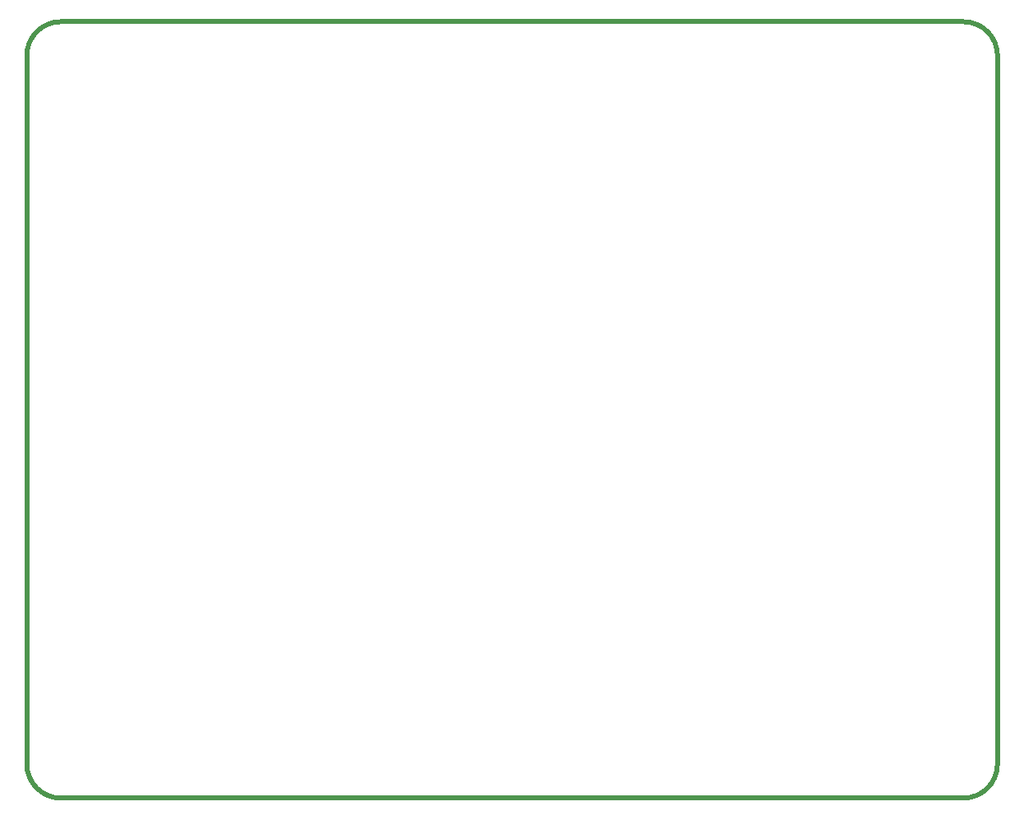
<source format=gko>
G04*
G04 #@! TF.GenerationSoftware,Altium Limited,Altium Designer,21.2.2 (38)*
G04*
G04 Layer_Color=16711935*
%FSTAX24Y24*%
%MOIN*%
G70*
G04*
G04 #@! TF.SameCoordinates,E8B1D116-6B3C-4CC1-BC5D-0A1EC4A5AECB*
G04*
G04*
G04 #@! TF.FilePolarity,Positive*
G04*
G01*
G75*
%ADD13C,0.0197*%
D13*
X047992Y01D02*
G03*
X04937Y011378I0J001378D01*
G01*
Y040118D02*
G03*
X047992Y041496I-001378J0D01*
G01*
X01Y011378D02*
G03*
X011378Y01I001378J0D01*
G01*
X011378Y041496D02*
G03*
X01Y040118I0J-001378D01*
G01*
X011378Y041496D02*
X029685D01*
X047992D01*
X04937Y011378D02*
Y025748D01*
Y040118D01*
X011378Y01D02*
X029685D01*
X047992D01*
X01Y011378D02*
Y025748D01*
Y040118D01*
M02*

</source>
